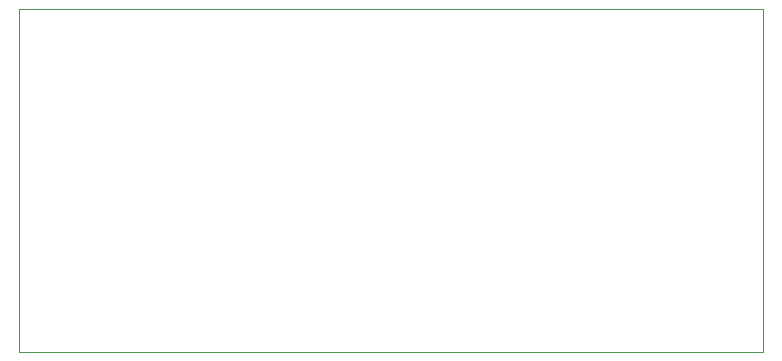
<source format=gm1>
G04 #@! TF.GenerationSoftware,KiCad,Pcbnew,7.0.10*
G04 #@! TF.CreationDate,2024-11-24T13:25:21-08:00*
G04 #@! TF.ProjectId,LoopAntennaPreamp,4c6f6f70-416e-4746-956e-6e6150726561,rev?*
G04 #@! TF.SameCoordinates,Original*
G04 #@! TF.FileFunction,Profile,NP*
%FSLAX46Y46*%
G04 Gerber Fmt 4.6, Leading zero omitted, Abs format (unit mm)*
G04 Created by KiCad (PCBNEW 7.0.10) date 2024-11-24 13:25:21*
%MOMM*%
%LPD*%
G01*
G04 APERTURE LIST*
G04 #@! TA.AperFunction,Profile*
%ADD10C,0.100000*%
G04 #@! TD*
G04 APERTURE END LIST*
D10*
X87590000Y-105780000D02*
X150590000Y-105780000D01*
X150590000Y-134780000D01*
X87590000Y-134780000D01*
X87590000Y-105780000D01*
M02*

</source>
